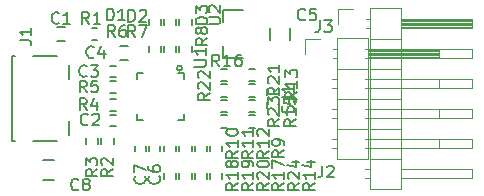
<source format=gto>
G04 #@! TF.GenerationSoftware,KiCad,Pcbnew,5.0.1-33cea8e~68~ubuntu18.04.1*
G04 #@! TF.CreationDate,2018-11-22T23:02:21+01:00*
G04 #@! TF.ProjectId,FT230XQ_breakout,465432333058515F627265616B6F7574,rev?*
G04 #@! TF.SameCoordinates,Original*
G04 #@! TF.FileFunction,Legend,Top*
G04 #@! TF.FilePolarity,Positive*
%FSLAX46Y46*%
G04 Gerber Fmt 4.6, Leading zero omitted, Abs format (unit mm)*
G04 Created by KiCad (PCBNEW 5.0.1-33cea8e~68~ubuntu18.04.1) date do 22 nov 2018 23:02:21 CET*
%MOMM*%
%LPD*%
G01*
G04 APERTURE LIST*
%ADD10C,0.150000*%
%ADD11C,0.120000*%
G04 APERTURE END LIST*
D10*
G04 #@! TO.C,U1*
X159723607Y-65300000D02*
G75*
G03X159723607Y-65300000I-223607J0D01*
G01*
X159900000Y-65700000D02*
X159400000Y-65700000D01*
X159900000Y-65700000D02*
X159900000Y-66200000D01*
X159900000Y-69700000D02*
X159900000Y-69200000D01*
X159400000Y-69700000D02*
X159900000Y-69700000D01*
X155900000Y-69700000D02*
X156400000Y-69700000D01*
X155900000Y-69200000D02*
X155900000Y-69700000D01*
X155900000Y-65700000D02*
X155900000Y-66200000D01*
X156400000Y-65700000D02*
X155900000Y-65700000D01*
G04 #@! TO.C,J1*
X145600000Y-71500000D02*
X145350000Y-71500000D01*
X145350000Y-71500000D02*
X145350000Y-64250000D01*
X145350000Y-64250000D02*
X145600000Y-64250000D01*
X149100000Y-64250000D02*
X147100000Y-64250000D01*
X149100000Y-71500000D02*
X147100000Y-71500000D01*
X150100000Y-69750000D02*
X150100000Y-71000000D01*
X150100000Y-65000000D02*
X150100000Y-66250000D01*
D11*
G04 #@! TO.C,J2*
X172920000Y-60250000D02*
X174190000Y-60250000D01*
X172920000Y-61520000D02*
X172920000Y-60250000D01*
X175232929Y-74600000D02*
X175630000Y-74600000D01*
X175232929Y-73840000D02*
X175630000Y-73840000D01*
X184290000Y-74600000D02*
X178290000Y-74600000D01*
X184290000Y-73840000D02*
X184290000Y-74600000D01*
X178290000Y-73840000D02*
X184290000Y-73840000D01*
X175630000Y-72950000D02*
X178290000Y-72950000D01*
X175232929Y-72060000D02*
X175630000Y-72060000D01*
X175232929Y-71300000D02*
X175630000Y-71300000D01*
X184290000Y-72060000D02*
X178290000Y-72060000D01*
X184290000Y-71300000D02*
X184290000Y-72060000D01*
X178290000Y-71300000D02*
X184290000Y-71300000D01*
X175630000Y-70410000D02*
X178290000Y-70410000D01*
X175232929Y-69520000D02*
X175630000Y-69520000D01*
X175232929Y-68760000D02*
X175630000Y-68760000D01*
X184290000Y-69520000D02*
X178290000Y-69520000D01*
X184290000Y-68760000D02*
X184290000Y-69520000D01*
X178290000Y-68760000D02*
X184290000Y-68760000D01*
X175630000Y-67870000D02*
X178290000Y-67870000D01*
X175232929Y-66980000D02*
X175630000Y-66980000D01*
X175232929Y-66220000D02*
X175630000Y-66220000D01*
X184290000Y-66980000D02*
X178290000Y-66980000D01*
X184290000Y-66220000D02*
X184290000Y-66980000D01*
X178290000Y-66220000D02*
X184290000Y-66220000D01*
X175630000Y-65330000D02*
X178290000Y-65330000D01*
X175232929Y-64440000D02*
X175630000Y-64440000D01*
X175232929Y-63680000D02*
X175630000Y-63680000D01*
X184290000Y-64440000D02*
X178290000Y-64440000D01*
X184290000Y-63680000D02*
X184290000Y-64440000D01*
X178290000Y-63680000D02*
X184290000Y-63680000D01*
X175630000Y-62790000D02*
X178290000Y-62790000D01*
X175300000Y-61900000D02*
X175630000Y-61900000D01*
X175300000Y-61140000D02*
X175630000Y-61140000D01*
X178290000Y-61800000D02*
X184290000Y-61800000D01*
X178290000Y-61680000D02*
X184290000Y-61680000D01*
X178290000Y-61560000D02*
X184290000Y-61560000D01*
X178290000Y-61440000D02*
X184290000Y-61440000D01*
X178290000Y-61320000D02*
X184290000Y-61320000D01*
X178290000Y-61200000D02*
X184290000Y-61200000D01*
X184290000Y-61900000D02*
X178290000Y-61900000D01*
X184290000Y-61140000D02*
X184290000Y-61900000D01*
X178290000Y-61140000D02*
X184290000Y-61140000D01*
X178290000Y-60190000D02*
X175630000Y-60190000D01*
X178290000Y-75550000D02*
X178290000Y-60190000D01*
X175630000Y-75550000D02*
X178290000Y-75550000D01*
X175630000Y-60190000D02*
X175630000Y-75550000D01*
G04 #@! TO.C,J3*
X170120000Y-62790000D02*
X171390000Y-62790000D01*
X170120000Y-64060000D02*
X170120000Y-62790000D01*
X172432929Y-72060000D02*
X172830000Y-72060000D01*
X172432929Y-71300000D02*
X172830000Y-71300000D01*
X181490000Y-72060000D02*
X175490000Y-72060000D01*
X181490000Y-71300000D02*
X181490000Y-72060000D01*
X175490000Y-71300000D02*
X181490000Y-71300000D01*
X172830000Y-70410000D02*
X175490000Y-70410000D01*
X172432929Y-69520000D02*
X172830000Y-69520000D01*
X172432929Y-68760000D02*
X172830000Y-68760000D01*
X181490000Y-69520000D02*
X175490000Y-69520000D01*
X181490000Y-68760000D02*
X181490000Y-69520000D01*
X175490000Y-68760000D02*
X181490000Y-68760000D01*
X172830000Y-67870000D02*
X175490000Y-67870000D01*
X172432929Y-66980000D02*
X172830000Y-66980000D01*
X172432929Y-66220000D02*
X172830000Y-66220000D01*
X181490000Y-66980000D02*
X175490000Y-66980000D01*
X181490000Y-66220000D02*
X181490000Y-66980000D01*
X175490000Y-66220000D02*
X181490000Y-66220000D01*
X172830000Y-65330000D02*
X175490000Y-65330000D01*
X172500000Y-64440000D02*
X172830000Y-64440000D01*
X172500000Y-63680000D02*
X172830000Y-63680000D01*
X175490000Y-64340000D02*
X181490000Y-64340000D01*
X175490000Y-64220000D02*
X181490000Y-64220000D01*
X175490000Y-64100000D02*
X181490000Y-64100000D01*
X175490000Y-63980000D02*
X181490000Y-63980000D01*
X175490000Y-63860000D02*
X181490000Y-63860000D01*
X175490000Y-63740000D02*
X181490000Y-63740000D01*
X181490000Y-64440000D02*
X175490000Y-64440000D01*
X181490000Y-63680000D02*
X181490000Y-64440000D01*
X175490000Y-63680000D02*
X181490000Y-63680000D01*
X175490000Y-62730000D02*
X172830000Y-62730000D01*
X175490000Y-73010000D02*
X175490000Y-62730000D01*
X172830000Y-73010000D02*
X175490000Y-73010000D01*
X172830000Y-62730000D02*
X172830000Y-73010000D01*
D10*
G04 #@! TO.C,C1*
X149100000Y-61800000D02*
X149800000Y-61800000D01*
X149800000Y-63000000D02*
X149100000Y-63000000D01*
G04 #@! TO.C,C2*
X153650000Y-70175000D02*
X154150000Y-70175000D01*
X154150000Y-69225000D02*
X153650000Y-69225000D01*
G04 #@! TO.C,C3*
X154150000Y-65125000D02*
X153650000Y-65125000D01*
X153650000Y-66075000D02*
X154150000Y-66075000D01*
G04 #@! TO.C,R1*
X152050000Y-62925000D02*
X152550000Y-62925000D01*
X152550000Y-61875000D02*
X152050000Y-61875000D01*
G04 #@! TO.C,R2*
X153925000Y-71750000D02*
X153925000Y-71250000D01*
X152875000Y-71250000D02*
X152875000Y-71750000D01*
G04 #@! TO.C,R3*
X151575000Y-71250000D02*
X151575000Y-71750000D01*
X152625000Y-71750000D02*
X152625000Y-71250000D01*
G04 #@! TO.C,R4*
X154150000Y-67875000D02*
X153650000Y-67875000D01*
X153650000Y-68925000D02*
X154150000Y-68925000D01*
G04 #@! TO.C,R5*
X153650000Y-67425000D02*
X154150000Y-67425000D01*
X154150000Y-66375000D02*
X153650000Y-66375000D01*
G04 #@! TO.C,C4*
X155150000Y-64600000D02*
X154450000Y-64600000D01*
X154450000Y-63400000D02*
X155150000Y-63400000D01*
G04 #@! TO.C,C5*
X167150000Y-61900000D02*
X167150000Y-62900000D01*
X168850000Y-62900000D02*
X168850000Y-61900000D01*
G04 #@! TO.C,C6*
X156925000Y-71850000D02*
X156925000Y-72350000D01*
X157875000Y-72350000D02*
X157875000Y-71850000D01*
G04 #@! TO.C,C7*
X156675000Y-72350000D02*
X156675000Y-71850000D01*
X155725000Y-71850000D02*
X155725000Y-72350000D01*
G04 #@! TO.C,D1*
X156875000Y-61150000D02*
X156875000Y-61650000D01*
X157925000Y-61650000D02*
X157925000Y-61150000D01*
G04 #@! TO.C,D2*
X158175000Y-61150000D02*
X158175000Y-61650000D01*
X159225000Y-61650000D02*
X159225000Y-61150000D01*
G04 #@! TO.C,D3*
X159475000Y-61150000D02*
X159475000Y-61650000D01*
X160525000Y-61650000D02*
X160525000Y-61150000D01*
G04 #@! TO.C,R6*
X157925000Y-63950000D02*
X157925000Y-63450000D01*
X156875000Y-63450000D02*
X156875000Y-63950000D01*
G04 #@! TO.C,R7*
X159225000Y-63950000D02*
X159225000Y-63450000D01*
X158175000Y-63450000D02*
X158175000Y-63950000D01*
G04 #@! TO.C,R8*
X160525000Y-63950000D02*
X160525000Y-63450000D01*
X159475000Y-63450000D02*
X159475000Y-63950000D01*
G04 #@! TO.C,R9*
X162075000Y-71850000D02*
X162075000Y-72350000D01*
X163125000Y-72350000D02*
X163125000Y-71850000D01*
G04 #@! TO.C,R10*
X159225000Y-72350000D02*
X159225000Y-71850000D01*
X158175000Y-71850000D02*
X158175000Y-72350000D01*
G04 #@! TO.C,R11*
X160525000Y-72350000D02*
X160525000Y-71850000D01*
X159475000Y-71850000D02*
X159475000Y-72350000D01*
G04 #@! TO.C,R12*
X161825000Y-72350000D02*
X161825000Y-71850000D01*
X160775000Y-71850000D02*
X160775000Y-72350000D01*
G04 #@! TO.C,R13*
X165850000Y-66675000D02*
X165350000Y-66675000D01*
X165350000Y-67725000D02*
X165850000Y-67725000D01*
G04 #@! TO.C,R14*
X165350000Y-70325000D02*
X165850000Y-70325000D01*
X165850000Y-69275000D02*
X165350000Y-69275000D01*
G04 #@! TO.C,R15*
X165850000Y-67975000D02*
X165350000Y-67975000D01*
X165350000Y-69025000D02*
X165850000Y-69025000D01*
G04 #@! TO.C,R16*
X165350000Y-66425000D02*
X165850000Y-66425000D01*
X165850000Y-65375000D02*
X165350000Y-65375000D01*
G04 #@! TO.C,R17*
X163125000Y-74650000D02*
X163125000Y-74150000D01*
X162075000Y-74150000D02*
X162075000Y-74650000D01*
G04 #@! TO.C,R18*
X158175000Y-74150000D02*
X158175000Y-74650000D01*
X159225000Y-74650000D02*
X159225000Y-74150000D01*
G04 #@! TO.C,R19*
X159475000Y-74150000D02*
X159475000Y-74650000D01*
X160525000Y-74650000D02*
X160525000Y-74150000D01*
G04 #@! TO.C,R20*
X160775000Y-74150000D02*
X160775000Y-74650000D01*
X161825000Y-74650000D02*
X161825000Y-74150000D01*
G04 #@! TO.C,R21*
X163550000Y-66675000D02*
X163050000Y-66675000D01*
X163050000Y-67725000D02*
X163550000Y-67725000D01*
G04 #@! TO.C,R22*
X163050000Y-66425000D02*
X163550000Y-66425000D01*
X163550000Y-65375000D02*
X163050000Y-65375000D01*
G04 #@! TO.C,R23*
X163050000Y-69025000D02*
X163550000Y-69025000D01*
X163550000Y-67975000D02*
X163050000Y-67975000D01*
G04 #@! TO.C,R24*
X163550000Y-69275000D02*
X163050000Y-69275000D01*
X163050000Y-70325000D02*
X163550000Y-70325000D01*
G04 #@! TO.C,U2*
X163200000Y-60400000D02*
X164900000Y-60400000D01*
X163200000Y-61400000D02*
X163200000Y-60400000D01*
X163200000Y-64400000D02*
X163200000Y-63400000D01*
X164900000Y-64400000D02*
X163200000Y-64400000D01*
G04 #@! TO.C,C8*
X148900000Y-73050000D02*
X147900000Y-73050000D01*
X147900000Y-74750000D02*
X148900000Y-74750000D01*
G04 #@! TO.C,SJ1*
X167900000Y-67600000D02*
X167900000Y-67100000D01*
X166900000Y-67100000D02*
X166900000Y-67600000D01*
X167900000Y-68700000D02*
X167900000Y-68200000D01*
X166900000Y-68700000D02*
X166900000Y-68200000D01*
G04 #@! TO.C,U1*
X160752380Y-65161904D02*
X161561904Y-65161904D01*
X161657142Y-65114285D01*
X161704761Y-65066666D01*
X161752380Y-64971428D01*
X161752380Y-64780952D01*
X161704761Y-64685714D01*
X161657142Y-64638095D01*
X161561904Y-64590476D01*
X160752380Y-64590476D01*
X161752380Y-63590476D02*
X161752380Y-64161904D01*
X161752380Y-63876190D02*
X160752380Y-63876190D01*
X160895238Y-63971428D01*
X160990476Y-64066666D01*
X161038095Y-64161904D01*
G04 #@! TO.C,J1*
X145952380Y-62933333D02*
X146666666Y-62933333D01*
X146809523Y-62980952D01*
X146904761Y-63076190D01*
X146952380Y-63219047D01*
X146952380Y-63314285D01*
X146952380Y-61933333D02*
X146952380Y-62504761D01*
X146952380Y-62219047D02*
X145952380Y-62219047D01*
X146095238Y-62314285D01*
X146190476Y-62409523D01*
X146238095Y-62504761D01*
G04 #@! TO.C,J2*
X171566666Y-73552380D02*
X171566666Y-74266666D01*
X171519047Y-74409523D01*
X171423809Y-74504761D01*
X171280952Y-74552380D01*
X171185714Y-74552380D01*
X171995238Y-73647619D02*
X172042857Y-73600000D01*
X172138095Y-73552380D01*
X172376190Y-73552380D01*
X172471428Y-73600000D01*
X172519047Y-73647619D01*
X172566666Y-73742857D01*
X172566666Y-73838095D01*
X172519047Y-73980952D01*
X171947619Y-74552380D01*
X172566666Y-74552380D01*
G04 #@! TO.C,J3*
X171366666Y-61252380D02*
X171366666Y-61966666D01*
X171319047Y-62109523D01*
X171223809Y-62204761D01*
X171080952Y-62252380D01*
X170985714Y-62252380D01*
X171747619Y-61252380D02*
X172366666Y-61252380D01*
X172033333Y-61633333D01*
X172176190Y-61633333D01*
X172271428Y-61680952D01*
X172319047Y-61728571D01*
X172366666Y-61823809D01*
X172366666Y-62061904D01*
X172319047Y-62157142D01*
X172271428Y-62204761D01*
X172176190Y-62252380D01*
X171890476Y-62252380D01*
X171795238Y-62204761D01*
X171747619Y-62157142D01*
G04 #@! TO.C,C1*
X149283333Y-61457142D02*
X149235714Y-61504761D01*
X149092857Y-61552380D01*
X148997619Y-61552380D01*
X148854761Y-61504761D01*
X148759523Y-61409523D01*
X148711904Y-61314285D01*
X148664285Y-61123809D01*
X148664285Y-60980952D01*
X148711904Y-60790476D01*
X148759523Y-60695238D01*
X148854761Y-60600000D01*
X148997619Y-60552380D01*
X149092857Y-60552380D01*
X149235714Y-60600000D01*
X149283333Y-60647619D01*
X150235714Y-61552380D02*
X149664285Y-61552380D01*
X149950000Y-61552380D02*
X149950000Y-60552380D01*
X149854761Y-60695238D01*
X149759523Y-60790476D01*
X149664285Y-60838095D01*
G04 #@! TO.C,C2*
X151733333Y-70057142D02*
X151685714Y-70104761D01*
X151542857Y-70152380D01*
X151447619Y-70152380D01*
X151304761Y-70104761D01*
X151209523Y-70009523D01*
X151161904Y-69914285D01*
X151114285Y-69723809D01*
X151114285Y-69580952D01*
X151161904Y-69390476D01*
X151209523Y-69295238D01*
X151304761Y-69200000D01*
X151447619Y-69152380D01*
X151542857Y-69152380D01*
X151685714Y-69200000D01*
X151733333Y-69247619D01*
X152114285Y-69247619D02*
X152161904Y-69200000D01*
X152257142Y-69152380D01*
X152495238Y-69152380D01*
X152590476Y-69200000D01*
X152638095Y-69247619D01*
X152685714Y-69342857D01*
X152685714Y-69438095D01*
X152638095Y-69580952D01*
X152066666Y-70152380D01*
X152685714Y-70152380D01*
G04 #@! TO.C,C3*
X151633333Y-65957142D02*
X151585714Y-66004761D01*
X151442857Y-66052380D01*
X151347619Y-66052380D01*
X151204761Y-66004761D01*
X151109523Y-65909523D01*
X151061904Y-65814285D01*
X151014285Y-65623809D01*
X151014285Y-65480952D01*
X151061904Y-65290476D01*
X151109523Y-65195238D01*
X151204761Y-65100000D01*
X151347619Y-65052380D01*
X151442857Y-65052380D01*
X151585714Y-65100000D01*
X151633333Y-65147619D01*
X151966666Y-65052380D02*
X152585714Y-65052380D01*
X152252380Y-65433333D01*
X152395238Y-65433333D01*
X152490476Y-65480952D01*
X152538095Y-65528571D01*
X152585714Y-65623809D01*
X152585714Y-65861904D01*
X152538095Y-65957142D01*
X152490476Y-66004761D01*
X152395238Y-66052380D01*
X152109523Y-66052380D01*
X152014285Y-66004761D01*
X151966666Y-65957142D01*
G04 #@! TO.C,R1*
X151833333Y-61552380D02*
X151500000Y-61076190D01*
X151261904Y-61552380D02*
X151261904Y-60552380D01*
X151642857Y-60552380D01*
X151738095Y-60600000D01*
X151785714Y-60647619D01*
X151833333Y-60742857D01*
X151833333Y-60885714D01*
X151785714Y-60980952D01*
X151738095Y-61028571D01*
X151642857Y-61076190D01*
X151261904Y-61076190D01*
X152785714Y-61552380D02*
X152214285Y-61552380D01*
X152500000Y-61552380D02*
X152500000Y-60552380D01*
X152404761Y-60695238D01*
X152309523Y-60790476D01*
X152214285Y-60838095D01*
G04 #@! TO.C,R2*
X153852380Y-73866666D02*
X153376190Y-74200000D01*
X153852380Y-74438095D02*
X152852380Y-74438095D01*
X152852380Y-74057142D01*
X152900000Y-73961904D01*
X152947619Y-73914285D01*
X153042857Y-73866666D01*
X153185714Y-73866666D01*
X153280952Y-73914285D01*
X153328571Y-73961904D01*
X153376190Y-74057142D01*
X153376190Y-74438095D01*
X152947619Y-73485714D02*
X152900000Y-73438095D01*
X152852380Y-73342857D01*
X152852380Y-73104761D01*
X152900000Y-73009523D01*
X152947619Y-72961904D01*
X153042857Y-72914285D01*
X153138095Y-72914285D01*
X153280952Y-72961904D01*
X153852380Y-73533333D01*
X153852380Y-72914285D01*
G04 #@! TO.C,R3*
X152552380Y-73866666D02*
X152076190Y-74200000D01*
X152552380Y-74438095D02*
X151552380Y-74438095D01*
X151552380Y-74057142D01*
X151600000Y-73961904D01*
X151647619Y-73914285D01*
X151742857Y-73866666D01*
X151885714Y-73866666D01*
X151980952Y-73914285D01*
X152028571Y-73961904D01*
X152076190Y-74057142D01*
X152076190Y-74438095D01*
X151552380Y-73533333D02*
X151552380Y-72914285D01*
X151933333Y-73247619D01*
X151933333Y-73104761D01*
X151980952Y-73009523D01*
X152028571Y-72961904D01*
X152123809Y-72914285D01*
X152361904Y-72914285D01*
X152457142Y-72961904D01*
X152504761Y-73009523D01*
X152552380Y-73104761D01*
X152552380Y-73390476D01*
X152504761Y-73485714D01*
X152457142Y-73533333D01*
G04 #@! TO.C,R4*
X151633333Y-68852380D02*
X151300000Y-68376190D01*
X151061904Y-68852380D02*
X151061904Y-67852380D01*
X151442857Y-67852380D01*
X151538095Y-67900000D01*
X151585714Y-67947619D01*
X151633333Y-68042857D01*
X151633333Y-68185714D01*
X151585714Y-68280952D01*
X151538095Y-68328571D01*
X151442857Y-68376190D01*
X151061904Y-68376190D01*
X152490476Y-68185714D02*
X152490476Y-68852380D01*
X152252380Y-67804761D02*
X152014285Y-68519047D01*
X152633333Y-68519047D01*
G04 #@! TO.C,R5*
X151633333Y-67352380D02*
X151300000Y-66876190D01*
X151061904Y-67352380D02*
X151061904Y-66352380D01*
X151442857Y-66352380D01*
X151538095Y-66400000D01*
X151585714Y-66447619D01*
X151633333Y-66542857D01*
X151633333Y-66685714D01*
X151585714Y-66780952D01*
X151538095Y-66828571D01*
X151442857Y-66876190D01*
X151061904Y-66876190D01*
X152538095Y-66352380D02*
X152061904Y-66352380D01*
X152014285Y-66828571D01*
X152061904Y-66780952D01*
X152157142Y-66733333D01*
X152395238Y-66733333D01*
X152490476Y-66780952D01*
X152538095Y-66828571D01*
X152585714Y-66923809D01*
X152585714Y-67161904D01*
X152538095Y-67257142D01*
X152490476Y-67304761D01*
X152395238Y-67352380D01*
X152157142Y-67352380D01*
X152061904Y-67304761D01*
X152014285Y-67257142D01*
G04 #@! TO.C,C4*
X152233333Y-64357142D02*
X152185714Y-64404761D01*
X152042857Y-64452380D01*
X151947619Y-64452380D01*
X151804761Y-64404761D01*
X151709523Y-64309523D01*
X151661904Y-64214285D01*
X151614285Y-64023809D01*
X151614285Y-63880952D01*
X151661904Y-63690476D01*
X151709523Y-63595238D01*
X151804761Y-63500000D01*
X151947619Y-63452380D01*
X152042857Y-63452380D01*
X152185714Y-63500000D01*
X152233333Y-63547619D01*
X153090476Y-63785714D02*
X153090476Y-64452380D01*
X152852380Y-63404761D02*
X152614285Y-64119047D01*
X153233333Y-64119047D01*
G04 #@! TO.C,C5*
X170133333Y-61157142D02*
X170085714Y-61204761D01*
X169942857Y-61252380D01*
X169847619Y-61252380D01*
X169704761Y-61204761D01*
X169609523Y-61109523D01*
X169561904Y-61014285D01*
X169514285Y-60823809D01*
X169514285Y-60680952D01*
X169561904Y-60490476D01*
X169609523Y-60395238D01*
X169704761Y-60300000D01*
X169847619Y-60252380D01*
X169942857Y-60252380D01*
X170085714Y-60300000D01*
X170133333Y-60347619D01*
X171038095Y-60252380D02*
X170561904Y-60252380D01*
X170514285Y-60728571D01*
X170561904Y-60680952D01*
X170657142Y-60633333D01*
X170895238Y-60633333D01*
X170990476Y-60680952D01*
X171038095Y-60728571D01*
X171085714Y-60823809D01*
X171085714Y-61061904D01*
X171038095Y-61157142D01*
X170990476Y-61204761D01*
X170895238Y-61252380D01*
X170657142Y-61252380D01*
X170561904Y-61204761D01*
X170514285Y-61157142D01*
G04 #@! TO.C,C6*
X157757142Y-74466666D02*
X157804761Y-74514285D01*
X157852380Y-74657142D01*
X157852380Y-74752380D01*
X157804761Y-74895238D01*
X157709523Y-74990476D01*
X157614285Y-75038095D01*
X157423809Y-75085714D01*
X157280952Y-75085714D01*
X157090476Y-75038095D01*
X156995238Y-74990476D01*
X156900000Y-74895238D01*
X156852380Y-74752380D01*
X156852380Y-74657142D01*
X156900000Y-74514285D01*
X156947619Y-74466666D01*
X156852380Y-73609523D02*
X156852380Y-73800000D01*
X156900000Y-73895238D01*
X156947619Y-73942857D01*
X157090476Y-74038095D01*
X157280952Y-74085714D01*
X157661904Y-74085714D01*
X157757142Y-74038095D01*
X157804761Y-73990476D01*
X157852380Y-73895238D01*
X157852380Y-73704761D01*
X157804761Y-73609523D01*
X157757142Y-73561904D01*
X157661904Y-73514285D01*
X157423809Y-73514285D01*
X157328571Y-73561904D01*
X157280952Y-73609523D01*
X157233333Y-73704761D01*
X157233333Y-73895238D01*
X157280952Y-73990476D01*
X157328571Y-74038095D01*
X157423809Y-74085714D01*
G04 #@! TO.C,C7*
X156557142Y-74466666D02*
X156604761Y-74514285D01*
X156652380Y-74657142D01*
X156652380Y-74752380D01*
X156604761Y-74895238D01*
X156509523Y-74990476D01*
X156414285Y-75038095D01*
X156223809Y-75085714D01*
X156080952Y-75085714D01*
X155890476Y-75038095D01*
X155795238Y-74990476D01*
X155700000Y-74895238D01*
X155652380Y-74752380D01*
X155652380Y-74657142D01*
X155700000Y-74514285D01*
X155747619Y-74466666D01*
X155652380Y-74133333D02*
X155652380Y-73466666D01*
X156652380Y-73895238D01*
G04 #@! TO.C,D1*
X153361904Y-61252380D02*
X153361904Y-60252380D01*
X153600000Y-60252380D01*
X153742857Y-60300000D01*
X153838095Y-60395238D01*
X153885714Y-60490476D01*
X153933333Y-60680952D01*
X153933333Y-60823809D01*
X153885714Y-61014285D01*
X153838095Y-61109523D01*
X153742857Y-61204761D01*
X153600000Y-61252380D01*
X153361904Y-61252380D01*
X154885714Y-61252380D02*
X154314285Y-61252380D01*
X154600000Y-61252380D02*
X154600000Y-60252380D01*
X154504761Y-60395238D01*
X154409523Y-60490476D01*
X154314285Y-60538095D01*
G04 #@! TO.C,D2*
X155161904Y-61352380D02*
X155161904Y-60352380D01*
X155400000Y-60352380D01*
X155542857Y-60400000D01*
X155638095Y-60495238D01*
X155685714Y-60590476D01*
X155733333Y-60780952D01*
X155733333Y-60923809D01*
X155685714Y-61114285D01*
X155638095Y-61209523D01*
X155542857Y-61304761D01*
X155400000Y-61352380D01*
X155161904Y-61352380D01*
X156114285Y-60447619D02*
X156161904Y-60400000D01*
X156257142Y-60352380D01*
X156495238Y-60352380D01*
X156590476Y-60400000D01*
X156638095Y-60447619D01*
X156685714Y-60542857D01*
X156685714Y-60638095D01*
X156638095Y-60780952D01*
X156066666Y-61352380D01*
X156685714Y-61352380D01*
G04 #@! TO.C,D3*
X161852380Y-61538095D02*
X160852380Y-61538095D01*
X160852380Y-61300000D01*
X160900000Y-61157142D01*
X160995238Y-61061904D01*
X161090476Y-61014285D01*
X161280952Y-60966666D01*
X161423809Y-60966666D01*
X161614285Y-61014285D01*
X161709523Y-61061904D01*
X161804761Y-61157142D01*
X161852380Y-61300000D01*
X161852380Y-61538095D01*
X160852380Y-60633333D02*
X160852380Y-60014285D01*
X161233333Y-60347619D01*
X161233333Y-60204761D01*
X161280952Y-60109523D01*
X161328571Y-60061904D01*
X161423809Y-60014285D01*
X161661904Y-60014285D01*
X161757142Y-60061904D01*
X161804761Y-60109523D01*
X161852380Y-60204761D01*
X161852380Y-60490476D01*
X161804761Y-60585714D01*
X161757142Y-60633333D01*
G04 #@! TO.C,R6*
X154033333Y-62652380D02*
X153700000Y-62176190D01*
X153461904Y-62652380D02*
X153461904Y-61652380D01*
X153842857Y-61652380D01*
X153938095Y-61700000D01*
X153985714Y-61747619D01*
X154033333Y-61842857D01*
X154033333Y-61985714D01*
X153985714Y-62080952D01*
X153938095Y-62128571D01*
X153842857Y-62176190D01*
X153461904Y-62176190D01*
X154890476Y-61652380D02*
X154700000Y-61652380D01*
X154604761Y-61700000D01*
X154557142Y-61747619D01*
X154461904Y-61890476D01*
X154414285Y-62080952D01*
X154414285Y-62461904D01*
X154461904Y-62557142D01*
X154509523Y-62604761D01*
X154604761Y-62652380D01*
X154795238Y-62652380D01*
X154890476Y-62604761D01*
X154938095Y-62557142D01*
X154985714Y-62461904D01*
X154985714Y-62223809D01*
X154938095Y-62128571D01*
X154890476Y-62080952D01*
X154795238Y-62033333D01*
X154604761Y-62033333D01*
X154509523Y-62080952D01*
X154461904Y-62128571D01*
X154414285Y-62223809D01*
G04 #@! TO.C,R7*
X155733333Y-62652380D02*
X155400000Y-62176190D01*
X155161904Y-62652380D02*
X155161904Y-61652380D01*
X155542857Y-61652380D01*
X155638095Y-61700000D01*
X155685714Y-61747619D01*
X155733333Y-61842857D01*
X155733333Y-61985714D01*
X155685714Y-62080952D01*
X155638095Y-62128571D01*
X155542857Y-62176190D01*
X155161904Y-62176190D01*
X156066666Y-61652380D02*
X156733333Y-61652380D01*
X156304761Y-62652380D01*
G04 #@! TO.C,R8*
X161852380Y-62766666D02*
X161376190Y-63100000D01*
X161852380Y-63338095D02*
X160852380Y-63338095D01*
X160852380Y-62957142D01*
X160900000Y-62861904D01*
X160947619Y-62814285D01*
X161042857Y-62766666D01*
X161185714Y-62766666D01*
X161280952Y-62814285D01*
X161328571Y-62861904D01*
X161376190Y-62957142D01*
X161376190Y-63338095D01*
X161280952Y-62195238D02*
X161233333Y-62290476D01*
X161185714Y-62338095D01*
X161090476Y-62385714D01*
X161042857Y-62385714D01*
X160947619Y-62338095D01*
X160900000Y-62290476D01*
X160852380Y-62195238D01*
X160852380Y-62004761D01*
X160900000Y-61909523D01*
X160947619Y-61861904D01*
X161042857Y-61814285D01*
X161090476Y-61814285D01*
X161185714Y-61861904D01*
X161233333Y-61909523D01*
X161280952Y-62004761D01*
X161280952Y-62195238D01*
X161328571Y-62290476D01*
X161376190Y-62338095D01*
X161471428Y-62385714D01*
X161661904Y-62385714D01*
X161757142Y-62338095D01*
X161804761Y-62290476D01*
X161852380Y-62195238D01*
X161852380Y-62004761D01*
X161804761Y-61909523D01*
X161757142Y-61861904D01*
X161661904Y-61814285D01*
X161471428Y-61814285D01*
X161376190Y-61861904D01*
X161328571Y-61909523D01*
X161280952Y-62004761D01*
G04 #@! TO.C,R9*
X168352380Y-72266666D02*
X167876190Y-72600000D01*
X168352380Y-72838095D02*
X167352380Y-72838095D01*
X167352380Y-72457142D01*
X167400000Y-72361904D01*
X167447619Y-72314285D01*
X167542857Y-72266666D01*
X167685714Y-72266666D01*
X167780952Y-72314285D01*
X167828571Y-72361904D01*
X167876190Y-72457142D01*
X167876190Y-72838095D01*
X168352380Y-71790476D02*
X168352380Y-71600000D01*
X168304761Y-71504761D01*
X168257142Y-71457142D01*
X168114285Y-71361904D01*
X167923809Y-71314285D01*
X167542857Y-71314285D01*
X167447619Y-71361904D01*
X167400000Y-71409523D01*
X167352380Y-71504761D01*
X167352380Y-71695238D01*
X167400000Y-71790476D01*
X167447619Y-71838095D01*
X167542857Y-71885714D01*
X167780952Y-71885714D01*
X167876190Y-71838095D01*
X167923809Y-71790476D01*
X167971428Y-71695238D01*
X167971428Y-71504761D01*
X167923809Y-71409523D01*
X167876190Y-71361904D01*
X167780952Y-71314285D01*
G04 #@! TO.C,R10*
X164452380Y-72342857D02*
X163976190Y-72676190D01*
X164452380Y-72914285D02*
X163452380Y-72914285D01*
X163452380Y-72533333D01*
X163500000Y-72438095D01*
X163547619Y-72390476D01*
X163642857Y-72342857D01*
X163785714Y-72342857D01*
X163880952Y-72390476D01*
X163928571Y-72438095D01*
X163976190Y-72533333D01*
X163976190Y-72914285D01*
X164452380Y-71390476D02*
X164452380Y-71961904D01*
X164452380Y-71676190D02*
X163452380Y-71676190D01*
X163595238Y-71771428D01*
X163690476Y-71866666D01*
X163738095Y-71961904D01*
X163452380Y-70771428D02*
X163452380Y-70676190D01*
X163500000Y-70580952D01*
X163547619Y-70533333D01*
X163642857Y-70485714D01*
X163833333Y-70438095D01*
X164071428Y-70438095D01*
X164261904Y-70485714D01*
X164357142Y-70533333D01*
X164404761Y-70580952D01*
X164452380Y-70676190D01*
X164452380Y-70771428D01*
X164404761Y-70866666D01*
X164357142Y-70914285D01*
X164261904Y-70961904D01*
X164071428Y-71009523D01*
X163833333Y-71009523D01*
X163642857Y-70961904D01*
X163547619Y-70914285D01*
X163500000Y-70866666D01*
X163452380Y-70771428D01*
G04 #@! TO.C,R11*
X165752380Y-72342857D02*
X165276190Y-72676190D01*
X165752380Y-72914285D02*
X164752380Y-72914285D01*
X164752380Y-72533333D01*
X164800000Y-72438095D01*
X164847619Y-72390476D01*
X164942857Y-72342857D01*
X165085714Y-72342857D01*
X165180952Y-72390476D01*
X165228571Y-72438095D01*
X165276190Y-72533333D01*
X165276190Y-72914285D01*
X165752380Y-71390476D02*
X165752380Y-71961904D01*
X165752380Y-71676190D02*
X164752380Y-71676190D01*
X164895238Y-71771428D01*
X164990476Y-71866666D01*
X165038095Y-71961904D01*
X165752380Y-70438095D02*
X165752380Y-71009523D01*
X165752380Y-70723809D02*
X164752380Y-70723809D01*
X164895238Y-70819047D01*
X164990476Y-70914285D01*
X165038095Y-71009523D01*
G04 #@! TO.C,R12*
X167052380Y-72342857D02*
X166576190Y-72676190D01*
X167052380Y-72914285D02*
X166052380Y-72914285D01*
X166052380Y-72533333D01*
X166100000Y-72438095D01*
X166147619Y-72390476D01*
X166242857Y-72342857D01*
X166385714Y-72342857D01*
X166480952Y-72390476D01*
X166528571Y-72438095D01*
X166576190Y-72533333D01*
X166576190Y-72914285D01*
X167052380Y-71390476D02*
X167052380Y-71961904D01*
X167052380Y-71676190D02*
X166052380Y-71676190D01*
X166195238Y-71771428D01*
X166290476Y-71866666D01*
X166338095Y-71961904D01*
X166147619Y-71009523D02*
X166100000Y-70961904D01*
X166052380Y-70866666D01*
X166052380Y-70628571D01*
X166100000Y-70533333D01*
X166147619Y-70485714D01*
X166242857Y-70438095D01*
X166338095Y-70438095D01*
X166480952Y-70485714D01*
X167052380Y-71057142D01*
X167052380Y-70438095D01*
G04 #@! TO.C,R13*
X169452380Y-67342857D02*
X168976190Y-67676190D01*
X169452380Y-67914285D02*
X168452380Y-67914285D01*
X168452380Y-67533333D01*
X168500000Y-67438095D01*
X168547619Y-67390476D01*
X168642857Y-67342857D01*
X168785714Y-67342857D01*
X168880952Y-67390476D01*
X168928571Y-67438095D01*
X168976190Y-67533333D01*
X168976190Y-67914285D01*
X169452380Y-66390476D02*
X169452380Y-66961904D01*
X169452380Y-66676190D02*
X168452380Y-66676190D01*
X168595238Y-66771428D01*
X168690476Y-66866666D01*
X168738095Y-66961904D01*
X168452380Y-66057142D02*
X168452380Y-65438095D01*
X168833333Y-65771428D01*
X168833333Y-65628571D01*
X168880952Y-65533333D01*
X168928571Y-65485714D01*
X169023809Y-65438095D01*
X169261904Y-65438095D01*
X169357142Y-65485714D01*
X169404761Y-65533333D01*
X169452380Y-65628571D01*
X169452380Y-65914285D01*
X169404761Y-66009523D01*
X169357142Y-66057142D01*
G04 #@! TO.C,R14*
X170952380Y-75042857D02*
X170476190Y-75376190D01*
X170952380Y-75614285D02*
X169952380Y-75614285D01*
X169952380Y-75233333D01*
X170000000Y-75138095D01*
X170047619Y-75090476D01*
X170142857Y-75042857D01*
X170285714Y-75042857D01*
X170380952Y-75090476D01*
X170428571Y-75138095D01*
X170476190Y-75233333D01*
X170476190Y-75614285D01*
X170952380Y-74090476D02*
X170952380Y-74661904D01*
X170952380Y-74376190D02*
X169952380Y-74376190D01*
X170095238Y-74471428D01*
X170190476Y-74566666D01*
X170238095Y-74661904D01*
X170285714Y-73233333D02*
X170952380Y-73233333D01*
X169904761Y-73471428D02*
X170619047Y-73709523D01*
X170619047Y-73090476D01*
G04 #@! TO.C,R15*
X169352380Y-69642857D02*
X168876190Y-69976190D01*
X169352380Y-70214285D02*
X168352380Y-70214285D01*
X168352380Y-69833333D01*
X168400000Y-69738095D01*
X168447619Y-69690476D01*
X168542857Y-69642857D01*
X168685714Y-69642857D01*
X168780952Y-69690476D01*
X168828571Y-69738095D01*
X168876190Y-69833333D01*
X168876190Y-70214285D01*
X169352380Y-68690476D02*
X169352380Y-69261904D01*
X169352380Y-68976190D02*
X168352380Y-68976190D01*
X168495238Y-69071428D01*
X168590476Y-69166666D01*
X168638095Y-69261904D01*
X168352380Y-67785714D02*
X168352380Y-68261904D01*
X168828571Y-68309523D01*
X168780952Y-68261904D01*
X168733333Y-68166666D01*
X168733333Y-67928571D01*
X168780952Y-67833333D01*
X168828571Y-67785714D01*
X168923809Y-67738095D01*
X169161904Y-67738095D01*
X169257142Y-67785714D01*
X169304761Y-67833333D01*
X169352380Y-67928571D01*
X169352380Y-68166666D01*
X169304761Y-68261904D01*
X169257142Y-68309523D01*
G04 #@! TO.C,R16*
X162857142Y-65152380D02*
X162523809Y-64676190D01*
X162285714Y-65152380D02*
X162285714Y-64152380D01*
X162666666Y-64152380D01*
X162761904Y-64200000D01*
X162809523Y-64247619D01*
X162857142Y-64342857D01*
X162857142Y-64485714D01*
X162809523Y-64580952D01*
X162761904Y-64628571D01*
X162666666Y-64676190D01*
X162285714Y-64676190D01*
X163809523Y-65152380D02*
X163238095Y-65152380D01*
X163523809Y-65152380D02*
X163523809Y-64152380D01*
X163428571Y-64295238D01*
X163333333Y-64390476D01*
X163238095Y-64438095D01*
X164666666Y-64152380D02*
X164476190Y-64152380D01*
X164380952Y-64200000D01*
X164333333Y-64247619D01*
X164238095Y-64390476D01*
X164190476Y-64580952D01*
X164190476Y-64961904D01*
X164238095Y-65057142D01*
X164285714Y-65104761D01*
X164380952Y-65152380D01*
X164571428Y-65152380D01*
X164666666Y-65104761D01*
X164714285Y-65057142D01*
X164761904Y-64961904D01*
X164761904Y-64723809D01*
X164714285Y-64628571D01*
X164666666Y-64580952D01*
X164571428Y-64533333D01*
X164380952Y-64533333D01*
X164285714Y-64580952D01*
X164238095Y-64628571D01*
X164190476Y-64723809D01*
G04 #@! TO.C,R17*
X168352380Y-75042857D02*
X167876190Y-75376190D01*
X168352380Y-75614285D02*
X167352380Y-75614285D01*
X167352380Y-75233333D01*
X167400000Y-75138095D01*
X167447619Y-75090476D01*
X167542857Y-75042857D01*
X167685714Y-75042857D01*
X167780952Y-75090476D01*
X167828571Y-75138095D01*
X167876190Y-75233333D01*
X167876190Y-75614285D01*
X168352380Y-74090476D02*
X168352380Y-74661904D01*
X168352380Y-74376190D02*
X167352380Y-74376190D01*
X167495238Y-74471428D01*
X167590476Y-74566666D01*
X167638095Y-74661904D01*
X167352380Y-73757142D02*
X167352380Y-73090476D01*
X168352380Y-73519047D01*
G04 #@! TO.C,R18*
X164452380Y-75042857D02*
X163976190Y-75376190D01*
X164452380Y-75614285D02*
X163452380Y-75614285D01*
X163452380Y-75233333D01*
X163500000Y-75138095D01*
X163547619Y-75090476D01*
X163642857Y-75042857D01*
X163785714Y-75042857D01*
X163880952Y-75090476D01*
X163928571Y-75138095D01*
X163976190Y-75233333D01*
X163976190Y-75614285D01*
X164452380Y-74090476D02*
X164452380Y-74661904D01*
X164452380Y-74376190D02*
X163452380Y-74376190D01*
X163595238Y-74471428D01*
X163690476Y-74566666D01*
X163738095Y-74661904D01*
X163880952Y-73519047D02*
X163833333Y-73614285D01*
X163785714Y-73661904D01*
X163690476Y-73709523D01*
X163642857Y-73709523D01*
X163547619Y-73661904D01*
X163500000Y-73614285D01*
X163452380Y-73519047D01*
X163452380Y-73328571D01*
X163500000Y-73233333D01*
X163547619Y-73185714D01*
X163642857Y-73138095D01*
X163690476Y-73138095D01*
X163785714Y-73185714D01*
X163833333Y-73233333D01*
X163880952Y-73328571D01*
X163880952Y-73519047D01*
X163928571Y-73614285D01*
X163976190Y-73661904D01*
X164071428Y-73709523D01*
X164261904Y-73709523D01*
X164357142Y-73661904D01*
X164404761Y-73614285D01*
X164452380Y-73519047D01*
X164452380Y-73328571D01*
X164404761Y-73233333D01*
X164357142Y-73185714D01*
X164261904Y-73138095D01*
X164071428Y-73138095D01*
X163976190Y-73185714D01*
X163928571Y-73233333D01*
X163880952Y-73328571D01*
G04 #@! TO.C,R19*
X165752380Y-75042857D02*
X165276190Y-75376190D01*
X165752380Y-75614285D02*
X164752380Y-75614285D01*
X164752380Y-75233333D01*
X164800000Y-75138095D01*
X164847619Y-75090476D01*
X164942857Y-75042857D01*
X165085714Y-75042857D01*
X165180952Y-75090476D01*
X165228571Y-75138095D01*
X165276190Y-75233333D01*
X165276190Y-75614285D01*
X165752380Y-74090476D02*
X165752380Y-74661904D01*
X165752380Y-74376190D02*
X164752380Y-74376190D01*
X164895238Y-74471428D01*
X164990476Y-74566666D01*
X165038095Y-74661904D01*
X165752380Y-73614285D02*
X165752380Y-73423809D01*
X165704761Y-73328571D01*
X165657142Y-73280952D01*
X165514285Y-73185714D01*
X165323809Y-73138095D01*
X164942857Y-73138095D01*
X164847619Y-73185714D01*
X164800000Y-73233333D01*
X164752380Y-73328571D01*
X164752380Y-73519047D01*
X164800000Y-73614285D01*
X164847619Y-73661904D01*
X164942857Y-73709523D01*
X165180952Y-73709523D01*
X165276190Y-73661904D01*
X165323809Y-73614285D01*
X165371428Y-73519047D01*
X165371428Y-73328571D01*
X165323809Y-73233333D01*
X165276190Y-73185714D01*
X165180952Y-73138095D01*
G04 #@! TO.C,R20*
X167052380Y-75042857D02*
X166576190Y-75376190D01*
X167052380Y-75614285D02*
X166052380Y-75614285D01*
X166052380Y-75233333D01*
X166100000Y-75138095D01*
X166147619Y-75090476D01*
X166242857Y-75042857D01*
X166385714Y-75042857D01*
X166480952Y-75090476D01*
X166528571Y-75138095D01*
X166576190Y-75233333D01*
X166576190Y-75614285D01*
X166147619Y-74661904D02*
X166100000Y-74614285D01*
X166052380Y-74519047D01*
X166052380Y-74280952D01*
X166100000Y-74185714D01*
X166147619Y-74138095D01*
X166242857Y-74090476D01*
X166338095Y-74090476D01*
X166480952Y-74138095D01*
X167052380Y-74709523D01*
X167052380Y-74090476D01*
X166052380Y-73471428D02*
X166052380Y-73376190D01*
X166100000Y-73280952D01*
X166147619Y-73233333D01*
X166242857Y-73185714D01*
X166433333Y-73138095D01*
X166671428Y-73138095D01*
X166861904Y-73185714D01*
X166957142Y-73233333D01*
X167004761Y-73280952D01*
X167052380Y-73376190D01*
X167052380Y-73471428D01*
X167004761Y-73566666D01*
X166957142Y-73614285D01*
X166861904Y-73661904D01*
X166671428Y-73709523D01*
X166433333Y-73709523D01*
X166242857Y-73661904D01*
X166147619Y-73614285D01*
X166100000Y-73566666D01*
X166052380Y-73471428D01*
G04 #@! TO.C,R21*
X167952380Y-66942857D02*
X167476190Y-67276190D01*
X167952380Y-67514285D02*
X166952380Y-67514285D01*
X166952380Y-67133333D01*
X167000000Y-67038095D01*
X167047619Y-66990476D01*
X167142857Y-66942857D01*
X167285714Y-66942857D01*
X167380952Y-66990476D01*
X167428571Y-67038095D01*
X167476190Y-67133333D01*
X167476190Y-67514285D01*
X167047619Y-66561904D02*
X167000000Y-66514285D01*
X166952380Y-66419047D01*
X166952380Y-66180952D01*
X167000000Y-66085714D01*
X167047619Y-66038095D01*
X167142857Y-65990476D01*
X167238095Y-65990476D01*
X167380952Y-66038095D01*
X167952380Y-66609523D01*
X167952380Y-65990476D01*
X167952380Y-65038095D02*
X167952380Y-65609523D01*
X167952380Y-65323809D02*
X166952380Y-65323809D01*
X167095238Y-65419047D01*
X167190476Y-65514285D01*
X167238095Y-65609523D01*
G04 #@! TO.C,R22*
X162052380Y-67442857D02*
X161576190Y-67776190D01*
X162052380Y-68014285D02*
X161052380Y-68014285D01*
X161052380Y-67633333D01*
X161100000Y-67538095D01*
X161147619Y-67490476D01*
X161242857Y-67442857D01*
X161385714Y-67442857D01*
X161480952Y-67490476D01*
X161528571Y-67538095D01*
X161576190Y-67633333D01*
X161576190Y-68014285D01*
X161147619Y-67061904D02*
X161100000Y-67014285D01*
X161052380Y-66919047D01*
X161052380Y-66680952D01*
X161100000Y-66585714D01*
X161147619Y-66538095D01*
X161242857Y-66490476D01*
X161338095Y-66490476D01*
X161480952Y-66538095D01*
X162052380Y-67109523D01*
X162052380Y-66490476D01*
X161147619Y-66109523D02*
X161100000Y-66061904D01*
X161052380Y-65966666D01*
X161052380Y-65728571D01*
X161100000Y-65633333D01*
X161147619Y-65585714D01*
X161242857Y-65538095D01*
X161338095Y-65538095D01*
X161480952Y-65585714D01*
X162052380Y-66157142D01*
X162052380Y-65538095D01*
G04 #@! TO.C,R23*
X167952380Y-69642857D02*
X167476190Y-69976190D01*
X167952380Y-70214285D02*
X166952380Y-70214285D01*
X166952380Y-69833333D01*
X167000000Y-69738095D01*
X167047619Y-69690476D01*
X167142857Y-69642857D01*
X167285714Y-69642857D01*
X167380952Y-69690476D01*
X167428571Y-69738095D01*
X167476190Y-69833333D01*
X167476190Y-70214285D01*
X167047619Y-69261904D02*
X167000000Y-69214285D01*
X166952380Y-69119047D01*
X166952380Y-68880952D01*
X167000000Y-68785714D01*
X167047619Y-68738095D01*
X167142857Y-68690476D01*
X167238095Y-68690476D01*
X167380952Y-68738095D01*
X167952380Y-69309523D01*
X167952380Y-68690476D01*
X166952380Y-68357142D02*
X166952380Y-67738095D01*
X167333333Y-68071428D01*
X167333333Y-67928571D01*
X167380952Y-67833333D01*
X167428571Y-67785714D01*
X167523809Y-67738095D01*
X167761904Y-67738095D01*
X167857142Y-67785714D01*
X167904761Y-67833333D01*
X167952380Y-67928571D01*
X167952380Y-68214285D01*
X167904761Y-68309523D01*
X167857142Y-68357142D01*
G04 #@! TO.C,R24*
X169652380Y-75042857D02*
X169176190Y-75376190D01*
X169652380Y-75614285D02*
X168652380Y-75614285D01*
X168652380Y-75233333D01*
X168700000Y-75138095D01*
X168747619Y-75090476D01*
X168842857Y-75042857D01*
X168985714Y-75042857D01*
X169080952Y-75090476D01*
X169128571Y-75138095D01*
X169176190Y-75233333D01*
X169176190Y-75614285D01*
X168747619Y-74661904D02*
X168700000Y-74614285D01*
X168652380Y-74519047D01*
X168652380Y-74280952D01*
X168700000Y-74185714D01*
X168747619Y-74138095D01*
X168842857Y-74090476D01*
X168938095Y-74090476D01*
X169080952Y-74138095D01*
X169652380Y-74709523D01*
X169652380Y-74090476D01*
X168985714Y-73233333D02*
X169652380Y-73233333D01*
X168604761Y-73471428D02*
X169319047Y-73709523D01*
X169319047Y-73090476D01*
G04 #@! TO.C,U2*
X161952380Y-61561904D02*
X162761904Y-61561904D01*
X162857142Y-61514285D01*
X162904761Y-61466666D01*
X162952380Y-61371428D01*
X162952380Y-61180952D01*
X162904761Y-61085714D01*
X162857142Y-61038095D01*
X162761904Y-60990476D01*
X161952380Y-60990476D01*
X162047619Y-60561904D02*
X162000000Y-60514285D01*
X161952380Y-60419047D01*
X161952380Y-60180952D01*
X162000000Y-60085714D01*
X162047619Y-60038095D01*
X162142857Y-59990476D01*
X162238095Y-59990476D01*
X162380952Y-60038095D01*
X162952380Y-60609523D01*
X162952380Y-59990476D01*
G04 #@! TO.C,C8*
X150933333Y-75557142D02*
X150885714Y-75604761D01*
X150742857Y-75652380D01*
X150647619Y-75652380D01*
X150504761Y-75604761D01*
X150409523Y-75509523D01*
X150361904Y-75414285D01*
X150314285Y-75223809D01*
X150314285Y-75080952D01*
X150361904Y-74890476D01*
X150409523Y-74795238D01*
X150504761Y-74700000D01*
X150647619Y-74652380D01*
X150742857Y-74652380D01*
X150885714Y-74700000D01*
X150933333Y-74747619D01*
X151504761Y-75080952D02*
X151409523Y-75033333D01*
X151361904Y-74985714D01*
X151314285Y-74890476D01*
X151314285Y-74842857D01*
X151361904Y-74747619D01*
X151409523Y-74700000D01*
X151504761Y-74652380D01*
X151695238Y-74652380D01*
X151790476Y-74700000D01*
X151838095Y-74747619D01*
X151885714Y-74842857D01*
X151885714Y-74890476D01*
X151838095Y-74985714D01*
X151790476Y-75033333D01*
X151695238Y-75080952D01*
X151504761Y-75080952D01*
X151409523Y-75128571D01*
X151361904Y-75176190D01*
X151314285Y-75271428D01*
X151314285Y-75461904D01*
X151361904Y-75557142D01*
X151409523Y-75604761D01*
X151504761Y-75652380D01*
X151695238Y-75652380D01*
X151790476Y-75604761D01*
X151838095Y-75557142D01*
X151885714Y-75461904D01*
X151885714Y-75271428D01*
X151838095Y-75176190D01*
X151790476Y-75128571D01*
X151695238Y-75080952D01*
G04 #@! TO.C,SJ1*
X169104761Y-69042857D02*
X169152380Y-68900000D01*
X169152380Y-68661904D01*
X169104761Y-68566666D01*
X169057142Y-68519047D01*
X168961904Y-68471428D01*
X168866666Y-68471428D01*
X168771428Y-68519047D01*
X168723809Y-68566666D01*
X168676190Y-68661904D01*
X168628571Y-68852380D01*
X168580952Y-68947619D01*
X168533333Y-68995238D01*
X168438095Y-69042857D01*
X168342857Y-69042857D01*
X168247619Y-68995238D01*
X168200000Y-68947619D01*
X168152380Y-68852380D01*
X168152380Y-68614285D01*
X168200000Y-68471428D01*
X168152380Y-67757142D02*
X168866666Y-67757142D01*
X169009523Y-67804761D01*
X169104761Y-67900000D01*
X169152380Y-68042857D01*
X169152380Y-68138095D01*
X169152380Y-66757142D02*
X169152380Y-67328571D01*
X169152380Y-67042857D02*
X168152380Y-67042857D01*
X168295238Y-67138095D01*
X168390476Y-67233333D01*
X168438095Y-67328571D01*
G04 #@! TD*
M02*

</source>
